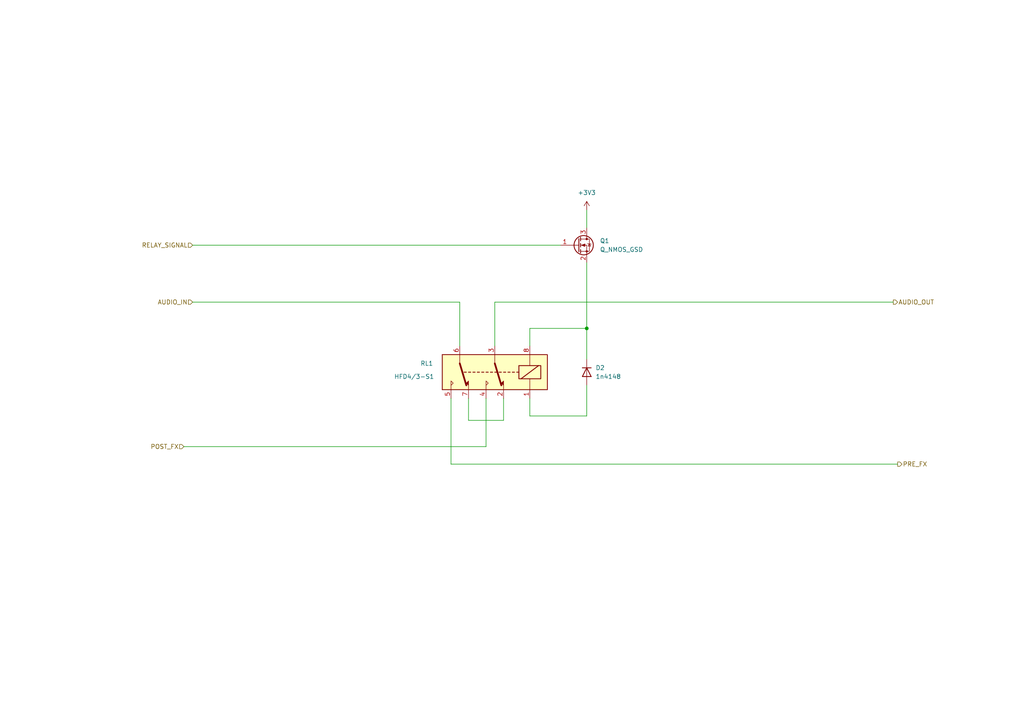
<source format=kicad_sch>
(kicad_sch (version 20211123) (generator eeschema)
  (paper "A4")
  (lib_symbols
    (symbol "Device:D" (pin_numbers hide) (pin_names (offset 1.016) hide)
      (property "Reference" "D" (at 0 2.54 0))
      (property "Value" "D" (at 0 -2.54 0))
      (symbol "D_0_1"
        (polyline (pts (xy -1.27 1.27) (xy -1.27 -1.27)) (stroke (width 0.254)))
        (polyline (pts (xy 1.27 0) (xy -1.27 0)))
        (polyline (pts (xy 1.27 1.27) (xy 1.27 -1.27) (xy -1.27 0) (xy 1.27 1.27)) (stroke (width 0.254)))
      )
      (symbol "D_1_1"
        (pin passive line (at -3.81 0 0) (length 2.54) (name "K") (number "1"))
        (pin passive line (at 3.81 0 180) (length 2.54) (name "A") (number "2"))
      )
    )
    (symbol "Device:Q_NMOS_GSD" (pin_names (offset 0) hide)
      (property "Reference" "Q" (at 5.08 1.27 0))
      (property "Value" "Q_NMOS_GSD" (at 5.08 -1.27 0))
      (symbol "Q_NMOS_GSD_0_1"
        (polyline (pts (xy 0.254 0) (xy -2.54 0)))
        (polyline (pts (xy 0.254 1.905) (xy 0.254 -1.905)) (stroke (width 0.254)))
        (polyline (pts (xy 0.762 -1.27) (xy 0.762 -2.286)) (stroke (width 0.254)))
        (polyline (pts (xy 0.762 0.508) (xy 0.762 -0.508)) (stroke (width 0.254)))
        (polyline (pts (xy 0.762 2.286) (xy 0.762 1.27)) (stroke (width 0.254)))
        (polyline (pts (xy 2.54 2.54) (xy 2.54 1.778)))
        (polyline (pts (xy 2.54 -2.54) (xy 2.54 0) (xy 0.762 0)))
        (polyline (pts (xy 0.762 -1.778) (xy 3.302 -1.778) (xy 3.302 1.778) (xy 0.762 1.778)))
        (polyline (pts (xy 1.016 0) (xy 2.032 0.381) (xy 2.032 -0.381) (xy 1.016 0)) (fill (type outline)))
        (polyline (pts (xy 2.794 0.508) (xy 2.921 0.381) (xy 3.683 0.381) (xy 3.81 0.254)))
        (polyline (pts (xy 3.302 0.381) (xy 2.921 -0.254) (xy 3.683 -0.254) (xy 3.302 0.381)))
        (circle (center 1.651 0) (radius 2.794) (stroke (width 0.254)))
        (circle (center 2.54 -1.778) (radius 0.254) (fill (type outline)))
        (circle (center 2.54 1.778) (radius 0.254) (fill (type outline)))
      )
      (symbol "Q_NMOS_GSD_1_1"
        (pin input line (at -5.08 0 0) (length 2.54) (name "G") (number "1"))
        (pin passive line (at 2.54 -5.08 90) (length 2.54) (name "S") (number "2"))
        (pin passive line (at 2.54 5.08 270) (length 2.54) (name "D") (number "3"))
      )
    )
    (symbol "Relay:G2RL-2-DC5"
      (property "Reference" "RL" (at 16.51 3.81 0))
      (property "Value" "G2RL-2-DC5" (at 16.51 1.27 0))
      (symbol "G2RL-2-DC5_0_1"
        (rectangle (start -15.24 5.08) (end 15.24 -5.08) (stroke (width 0.254)) (fill (type background)))
        (rectangle (start -13.335 1.905) (end -6.985 -1.905) (stroke (width 0.254)))
        (polyline (pts (xy -12.7 -1.905) (xy -7.62 1.905)) (stroke (width 0.254)))
        (polyline (pts (xy -10.16 -5.08) (xy -10.16 -1.905)))
        (polyline (pts (xy -10.16 5.08) (xy -10.16 1.905)))
        (polyline (pts (xy -6.985 0) (xy -6.35 0)) (stroke (width 0.254)))
        (polyline (pts (xy -5.715 0) (xy -5.08 0)) (stroke (width 0.254)))
        (polyline (pts (xy -4.445 0) (xy -3.81 0)) (stroke (width 0.254)))
        (polyline (pts (xy -3.175 0) (xy -2.54 0)) (stroke (width 0.254)))
        (polyline (pts (xy -1.905 0) (xy -1.27 0)) (stroke (width 0.254)))
        (polyline (pts (xy -0.635 0) (xy 0 0)) (stroke (width 0.254)))
        (polyline (pts (xy 0 -2.54) (xy -1.905 3.81)) (stroke (width 0.508)))
        (polyline (pts (xy 0 -2.54) (xy 0 -5.08)))
        (polyline (pts (xy 0.635 0) (xy 1.27 0)) (stroke (width 0.254)))
        (polyline (pts (xy 1.905 0) (xy 2.54 0)) (stroke (width 0.254)))
        (polyline (pts (xy 3.175 0) (xy 3.81 0)) (stroke (width 0.254)))
        (polyline (pts (xy 4.445 0) (xy 5.08 0)) (stroke (width 0.254)))
        (polyline (pts (xy 5.715 0) (xy 6.35 0)) (stroke (width 0.254)))
        (polyline (pts (xy 6.985 0) (xy 7.62 0)) (stroke (width 0.254)))
        (polyline (pts (xy 8.255 0) (xy 8.89 0)) (stroke (width 0.254)))
        (polyline (pts (xy 10.16 -2.54) (xy 8.255 3.81)) (stroke (width 0.508)))
        (polyline (pts (xy 10.16 -2.54) (xy 10.16 -5.08)))
        (polyline (pts (xy -2.54 5.08) (xy -2.54 2.54) (xy -1.905 3.175) (xy -2.54 3.81)) (fill (type outline)))
        (polyline (pts (xy 2.54 5.08) (xy 2.54 2.54) (xy 1.905 3.175) (xy 2.54 3.81)))
        (polyline (pts (xy 7.62 5.08) (xy 7.62 2.54) (xy 8.255 3.175) (xy 7.62 3.81)) (fill (type outline)))
        (polyline (pts (xy 12.7 5.08) (xy 12.7 2.54) (xy 12.065 3.175) (xy 12.7 3.81)))
      )
      (symbol "G2RL-2-DC5_1_1"
        (pin passive line (at -10.16 7.62 270) (length 2.54) (name "~") (number "1"))
        (pin passive line (at -2.54 7.62 270) (length 2.54) (name "~") (number "2"))
        (pin passive line (at 0 -7.62 90) (length 2.54) (name "~") (number "3"))
        (pin passive line (at 2.54 7.62 270) (length 2.54) (name "~") (number "4"))
        (pin passive line (at 12.7 7.62 270) (length 2.54) (name "~") (number "5"))
        (pin passive line (at 10.16 -7.62 90) (length 2.54) (name "~") (number "6"))
        (pin passive line (at 7.62 7.62 270) (length 2.54) (name "~") (number "7"))
        (pin passive line (at -10.16 -7.62 90) (length 2.54) (name "~") (number "8"))
      )
    )
    (symbol "power:+3.3V" (power) (pin_names (offset 0))
      (property "Value" "+3.3V" (at 0 3.556 0))
      (symbol "+3.3V_0_1"
        (polyline (pts (xy -0.762 1.27) (xy 0 2.54)))
        (polyline (pts (xy 0 0) (xy 0 2.54)))
        (polyline (pts (xy 0 2.54) (xy 0.762 1.27)))
      )
      (symbol "+3.3V_1_1"
        (pin power_in line (at 0 0 90) (length 0) hide (name "+3V3") (number "1"))
      )
    )
  )
  (junction (at 170.18 95.25))
  (wire (pts (xy 260.35 134.62) (xy 130.81 134.62)))
  (wire (pts (xy 153.67 120.65) (xy 170.18 120.65)))
  (wire (pts (xy 170.18 104.14) (xy 170.18 95.25)))
  (wire (pts (xy 140.97 129.54) (xy 53.34 129.54)))
  (wire (pts (xy 143.51 87.63) (xy 259.08 87.63)))
  (wire (pts (xy 170.18 95.25) (xy 153.67 95.25)))
  (wire (pts (xy 170.18 120.65) (xy 170.18 111.76)))
  (wire (pts (xy 140.97 115.57) (xy 140.97 129.54)))
  (wire (pts (xy 153.67 95.25) (xy 153.67 100.33)))
  (wire (pts (xy 55.88 71.12) (xy 162.56 71.12)))
  (wire (pts (xy 153.67 115.57) (xy 153.67 120.65)))
  (wire (pts (xy 130.81 115.57) (xy 130.81 134.62)))
  (wire (pts (xy 133.35 100.33) (xy 133.35 87.63)))
  (wire (pts (xy 143.51 100.33) (xy 143.51 87.63)))
  (wire (pts (xy 146.05 121.92) (xy 146.05 115.57)))
  (wire (pts (xy 135.89 121.92) (xy 146.05 121.92)))
  (wire (pts (xy 135.89 115.57) (xy 135.89 121.92)))
  (wire (pts (xy 55.88 87.63) (xy 133.35 87.63)))
  (wire (pts (xy 170.18 76.2) (xy 170.18 95.25)))
  (wire (pts (xy 170.18 60.96) (xy 170.18 66.04)))
  (hierarchical_label "AUDIO_OUT" (shape output) (at 259.08 87.63 0))
  (hierarchical_label "PRE_FX" (shape output) (at 260.35 134.62 0))
  (hierarchical_label "AUDIO_IN" (shape input) (at 55.88 87.63 180))
  (hierarchical_label "POST_FX" (shape input) (at 53.34 129.54 180))
  (hierarchical_label "RELAY_SIGNAL" (shape input) (at 55.88 71.12 180))
  (symbol (lib_id "Device:Q_NMOS_GSD") (at 167.64 71.12 0) (unit 1)
    (property "Reference" "Q1" (at 173.99 69.8499 0) (effects (justify left)))
    (property "Value" "Q_NMOS_GSD" (at 173.99 72.3899 0) (effects (justify left)))
    (property "Footprint" "Package_TO_SOT_SMD:SOT-23" (effects hide))
    (property "Datasheet" "https://www.mouser.co.uk/datasheet/2/115/DMG2302U-1512446.pdf" (effects hide))
  )
  (symbol (lib_id "Relay:G2RL-2-DC5") (at 143.51 107.95 180) (unit 1)
    (property "Reference" "RL1" (at 121.92 105.41 0) (effects (justify right)))
    (property "Value" "HFD4{slash}3-S1" (at 114.3 109.22 0) (effects (justify right)))
    (property "Footprint" "Relay_SMD:Relay_Fujitsu_FTR-B3S" (effects hide))
    (property "Datasheet" "https://docs.rs-online.com/9c6f/0900766b81587c84.pdf" (effects hide))
  )
  (symbol (lib_id "Device:D") (at 170.18 107.95 270) (unit 1)
    (property "Reference" "D2" (at 172.72 106.6799 90) (effects (justify left)))
    (property "Value" "1n4148" (at 172.72 109.2199 90) (effects (justify left)))
    (property "Footprint" "Diode_SMD:D_SOD-123F" (effects hide))
  )
  (symbol (lib_id "power:+3.3V") (at 170.18 60.96 0) (unit 1)
    (property "Reference" "#PWR041" (effects hide))
    (property "Value" "+3.3V" (at 170.18 55.88 0))
  )
)
</source>
